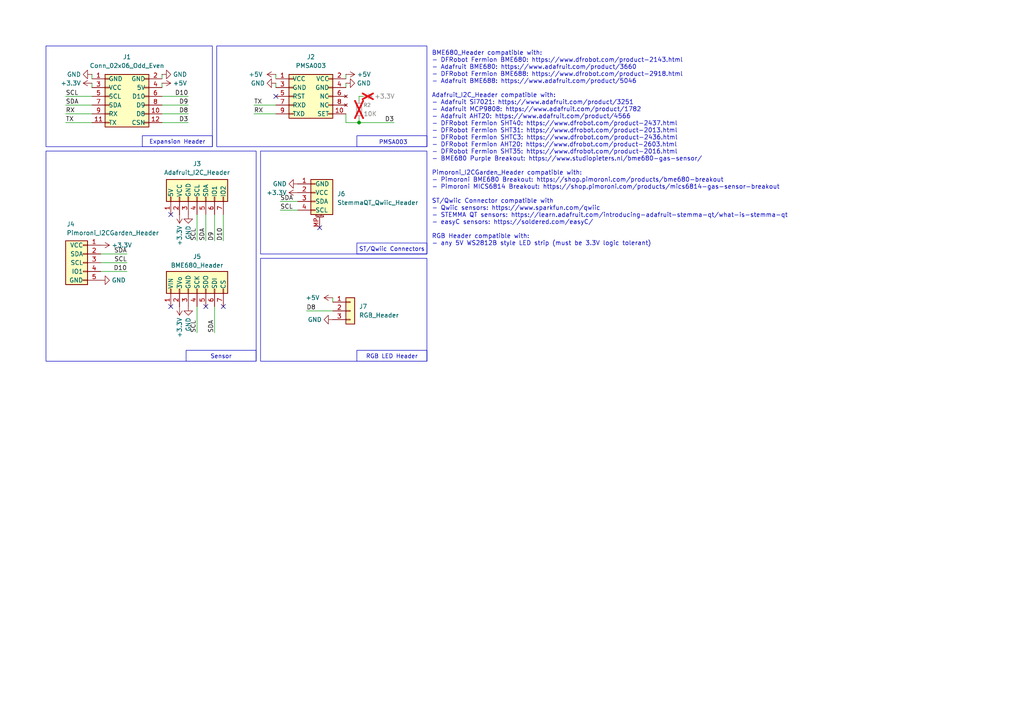
<source format=kicad_sch>
(kicad_sch (version 20250114) (generator "eeschema") (generator_version "9.0")
  (paper "A4")
  (title_block (title "XIAO AQStation for ESPHome") (date "2025-03-26") (rev "v1.00") (company "0rax") (comment 1 "https://github.com/0rax/esphome-xiao-base/"))
  (lib_symbols
    (symbol "Connector_Generic:Conn_01x03" (pin_names (offset 1.016) (hide yes))
      (property "Reference" "J" (at 0 5.08 0))
      (property "Value" "Conn_01x03" (at 0 -5.08 0))
      (symbol "Conn_01x03_1_1"
        (rectangle (start -1.27 3.81) (end 1.27 -3.81) (stroke (width 0.254)) (fill (type background)))
        (rectangle (start -1.27 2.667) (end 0 2.413) (stroke (width 0.1524)))
        (rectangle (start -1.27 0.127) (end 0 -0.127) (stroke (width 0.1524)))
        (rectangle (start -1.27 -2.413) (end 0 -2.667) (stroke (width 0.1524)))
        (pin passive line (at -5.08 2.54 0) (length 3.81) (name "Pin_1") (number "1"))
        (pin passive line (at -5.08 0 0) (length 3.81) (name "Pin_2") (number "2"))
        (pin passive line (at -5.08 -2.54 0) (length 3.81) (name "Pin_3") (number "3"))
      )
    )
    (symbol "Connector_Generic:Conn_02x05_Odd_Even" (pin_names (offset 1.016))
      (property "Reference" "J1" (at 0 11.43 0))
      (property "Value" "PMSA003" (at 0 8.89 0))
      (symbol "Conn_02x05_Odd_Even_1_1"
        (rectangle (start -6.35 6.35) (end 6.35 -6.35) (stroke (width 0.254)) (fill (type background)))
        (rectangle (start -6.35 5.207) (end -5.08 4.953) (stroke (width 0.1524)))
        (rectangle (start -6.35 2.667) (end -5.08 2.413) (stroke (width 0.1524)))
        (rectangle (start -6.35 0.127) (end -5.08 -0.127) (stroke (width 0.1524)))
        (rectangle (start -6.35 -2.413) (end -5.08 -2.667) (stroke (width 0.1524)))
        (rectangle (start -6.35 -4.953) (end -5.08 -5.207) (stroke (width 0.1524)))
        (rectangle (start 6.35 5.207) (end 5.08 4.953) (stroke (width 0.1524)))
        (rectangle (start 6.35 2.667) (end 5.08 2.413) (stroke (width 0.1524)))
        (rectangle (start 6.35 0.127) (end 5.08 -0.127) (stroke (width 0.1524)))
        (rectangle (start 6.35 -2.413) (end 5.08 -2.667) (stroke (width 0.1524)))
        (rectangle (start 6.35 -4.953) (end 5.08 -5.207) (stroke (width 0.1524)))
        (pin passive line (at -10.16 5.08 0) (length 3.81) (name "VCC") (number "1"))
        (pin passive line (at -10.16 2.54 0) (length 3.81) (name "GND") (number "3"))
        (pin passive line (at -10.16 0 0) (length 3.81) (name "RST") (number "5"))
        (pin passive line (at -10.16 -2.54 0) (length 3.81) (name "RXD") (number "7"))
        (pin passive line (at -10.16 -5.08 0) (length 3.81) (name "TXD") (number "9"))
        (pin passive line (at 10.16 5.08 180) (length 3.81) (name "VCC") (number "2"))
        (pin passive line (at 10.16 2.54 180) (length 3.81) (name "GND") (number "4"))
        (pin no_connect line (at 10.16 0 180) (length 3.81) (name "NC") (number "6"))
        (pin no_connect line (at 10.16 -2.54 180) (length 3.81) (name "NC") (number "8"))
        (pin passive line (at 10.16 -5.08 180) (length 3.81) (name "SET") (number "10"))
      )
    )
    (symbol "Connector_Generic:Conn_02x06_Odd_Even" (pin_names (offset 1.016))
      (property "Reference" "J2" (at 1.27 11.43 0))
      (property "Value" "Conn_02x06_Odd_Even" (at 1.27 8.89 0))
      (symbol "Conn_02x06_Odd_Even_1_1"
        (rectangle (start -6.35 6.35) (end 6.35 -8.89) (stroke (width 0.254)) (fill (type background)))
        (rectangle (start -6.35 5.207) (end -5.08 4.953) (stroke (width 0.1524)))
        (rectangle (start -6.35 2.667) (end -5.08 2.413) (stroke (width 0.1524)))
        (rectangle (start -6.35 0.127) (end -5.08 -0.127) (stroke (width 0.1524)))
        (rectangle (start -6.35 -2.413) (end -5.08 -2.667) (stroke (width 0.1524)))
        (rectangle (start -6.35 -4.953) (end -5.08 -5.207) (stroke (width 0.1524)))
        (rectangle (start -6.35 -7.493) (end -5.08 -7.747) (stroke (width 0.1524)))
        (rectangle (start 5.08 5.207) (end 6.35 4.953) (stroke (width 0.1524)))
        (rectangle (start 6.35 2.667) (end 5.08 2.413) (stroke (width 0.1524)))
        (rectangle (start 6.35 0.127) (end 5.08 -0.127) (stroke (width 0.1524)))
        (rectangle (start 6.35 -2.413) (end 5.08 -2.667) (stroke (width 0.1524)))
        (rectangle (start 6.35 -4.953) (end 5.08 -5.207) (stroke (width 0.1524)))
        (rectangle (start 6.35 -7.493) (end 5.08 -7.747) (stroke (width 0.1524)))
        (pin passive line (at -10.16 5.08 0) (length 3.81) (name "GND") (number "1"))
        (pin passive line (at -10.16 2.54 0) (length 3.81) (name "VCC") (number "3"))
        (pin passive line (at -10.16 0 0) (length 3.81) (name "SCL") (number "5"))
        (pin passive line (at -10.16 -2.54 0) (length 3.81) (name "SDA") (number "7"))
        (pin passive line (at -10.16 -5.08 0) (length 3.81) (name "RX") (number "9"))
        (pin passive line (at -10.16 -7.62 0) (length 3.81) (name "TX") (number "11"))
        (pin passive line (at 10.16 5.08 180) (length 3.81) (name "GND") (number "2"))
        (pin passive line (at 10.16 2.54 180) (length 3.81) (name "5V") (number "4"))
        (pin passive line (at 10.16 0 180) (length 3.81) (name "D10") (number "6"))
        (pin passive line (at 10.16 -2.54 180) (length 3.81) (name "D9") (number "8"))
        (pin passive line (at 10.16 -5.08 180) (length 3.81) (name "D8") (number "10"))
        (pin passive line (at 10.16 -7.62 180) (length 3.81) (name "CSN") (number "12"))
      )
    )
    (symbol "Device:R_Small" (pin_numbers (hide yes)) (pin_names (offset 0.254) (hide yes))
      (property "Reference" "R" (at 0 0 90))
      (property "Value" "R_Small" (at 1.778 0 90))
      (symbol "R_Small_0_1"
        (rectangle (start -0.762 1.778) (end 0.762 -1.778) (stroke (width 0.2032)))
      )
      (symbol "R_Small_1_1"
        (pin passive line (at 0 2.54 270) (length 0.762) (name "~") (number "1"))
        (pin passive line (at 0 -2.54 90) (length 0.762) (name "~") (number "2"))
      )
    )
    (symbol "Header:Adafruit_I2C_Header" (pin_names (offset 1.27))
      (property "Reference" "J" (at 0 10.414 0))
      (property "Value" "Adafruit_I2C_Header" (at 0 -10.668 0))
      (symbol "Adafruit_I2C_Header_1_1"
        (rectangle (start -2.54 8.89) (end 3.81 -8.89) (stroke (width 0.254)) (fill (type background)))
        (rectangle (start -2.54 7.747) (end -1.27 7.493) (stroke (width 0.1524)))
        (rectangle (start -2.54 5.207) (end -1.27 4.953) (stroke (width 0.1524)))
        (rectangle (start -2.54 2.667) (end -1.27 2.413) (stroke (width 0.1524)))
        (rectangle (start -2.54 0.127) (end -1.27 -0.127) (stroke (width 0.1524)))
        (rectangle (start -2.54 -2.413) (end -1.27 -2.667) (stroke (width 0.1524)))
        (rectangle (start -2.54 -4.953) (end -1.27 -5.207) (stroke (width 0.1524)))
        (rectangle (start -2.54 -7.493) (end -1.27 -7.747) (stroke (width 0.1524)))
        (pin passive line (at -6.35 7.62 0) (length 3.81) (name "5V") (number "1"))
        (pin passive line (at -6.35 5.08 0) (length 3.81) (name "VCC") (number "2"))
        (pin passive line (at -6.35 2.54 0) (length 3.81) (name "GND") (number "3"))
        (pin passive line (at -6.35 0 0) (length 3.81) (name "SCL") (number "4"))
        (pin passive line (at -6.35 -2.54 0) (length 3.81) (name "SDA") (number "5"))
        (pin passive line (at -6.35 -5.08 0) (length 3.81) (name "IO1") (number "6"))
        (pin passive line (at -6.35 -7.62 0) (length 3.81) (name "IO2") (number "7"))
      )
    )
    (symbol "Header:BME680_Header" (pin_names (offset 1.27))
      (property "Reference" "J" (at 0 10.414 0))
      (property "Value" "BME680_Header" (at 0 -10.668 0))
      (symbol "BME680_Header_1_1"
        (rectangle (start -2.54 8.89) (end 3.81 -8.89) (stroke (width 0.254)) (fill (type background)))
        (rectangle (start -2.54 7.747) (end -1.27 7.493) (stroke (width 0.1524)))
        (rectangle (start -2.54 5.207) (end -1.27 4.953) (stroke (width 0.1524)))
        (rectangle (start -2.54 2.667) (end -1.27 2.413) (stroke (width 0.1524)))
        (rectangle (start -2.54 0.127) (end -1.27 -0.127) (stroke (width 0.1524)))
        (rectangle (start -2.54 -2.413) (end -1.27 -2.667) (stroke (width 0.1524)))
        (rectangle (start -2.54 -4.953) (end -1.27 -5.207) (stroke (width 0.1524)))
        (rectangle (start -2.54 -7.493) (end -1.27 -7.747) (stroke (width 0.1524)))
        (pin passive line (at -6.35 7.62 0) (length 3.81) (name "VIN") (number "1"))
        (pin passive line (at -6.35 5.08 0) (length 3.81) (name "3Vo") (number "2"))
        (pin passive line (at -6.35 2.54 0) (length 3.81) (name "GND") (number "3"))
        (pin passive line (at -6.35 0 0) (length 3.81) (name "SCK") (number "4"))
        (pin passive line (at -6.35 -2.54 0) (length 3.81) (name "SDO") (number "5"))
        (pin passive line (at -6.35 -5.08 0) (length 3.81) (name "SDI") (number "6"))
        (pin passive line (at -6.35 -7.62 0) (length 3.81) (name "CS") (number "7"))
      )
    )
    (symbol "Header:Pimoroni_I2CGarden_Header" (pin_names (offset 1.27))
      (property "Reference" "J" (at 0 7.874 0))
      (property "Value" "Pimoroni_I2CGarden_Header" (at 0 -8.128 0))
      (symbol "Pimoroni_I2CGarden_Header_1_1"
        (rectangle (start -2.54 6.35) (end 3.81 -6.35) (stroke (width 0.254)) (fill (type background)))
        (rectangle (start -2.54 5.207) (end -1.27 4.953) (stroke (width 0.1524)))
        (rectangle (start -2.54 2.667) (end -1.27 2.413) (stroke (width 0.1524)))
        (rectangle (start -2.54 0.127) (end -1.27 -0.127) (stroke (width 0.1524)))
        (rectangle (start -2.54 -2.413) (end -1.27 -2.667) (stroke (width 0.1524)))
        (rectangle (start -2.54 -4.953) (end -1.27 -5.207) (stroke (width 0.1524)))
        (pin passive line (at -6.35 5.08 0) (length 3.81) (name "VCC") (number "1"))
        (pin passive line (at -6.35 2.54 0) (length 3.81) (name "SDA") (number "2"))
        (pin passive line (at -6.35 0 0) (length 3.81) (name "SCL") (number "3"))
        (pin passive line (at -6.35 -2.54 0) (length 3.81) (name "IO1") (number "4"))
        (pin passive line (at -6.35 -5.08 0) (length 3.81) (name "GND") (number "5"))
      )
    )
    (symbol "Header:StemmaQT_Qwiic_Header" (pin_names (offset 1.27))
      (property "Reference" "J" (at 5.461 -0.254 0))
      (property "Value" "StemmaQT_Qwiic_Header" (at 4.699 -2.54 0))
      (symbol "StemmaQT_Qwiic_Header_1_1"
        (rectangle (start -2.54 3.81) (end 3.81 -6.35) (stroke (width 0.254)) (fill (type background)))
        (rectangle (start -2.54 2.667) (end -1.27 2.413) (stroke (width 0.1524)))
        (rectangle (start -2.54 0.127) (end -1.27 -0.127) (stroke (width 0.1524)))
        (rectangle (start -2.54 -2.413) (end -1.27 -2.667) (stroke (width 0.1524)))
        (rectangle (start -2.54 -4.953) (end -1.27 -5.207) (stroke (width 0.1524)))
        (polyline (pts (xy -1.016 -7.112) (xy 1.016 -7.112)) (stroke (width 0.1524)))
        (text "Mounting" (at 0 -6.731 0) (effects (font (size 0.381 0.381))))
        (pin passive line (at -6.35 2.54 0) (length 3.81) (name "GND") (number "1"))
        (pin passive line (at -6.35 0 0) (length 3.81) (name "VCC") (number "2"))
        (pin passive line (at -6.35 -2.54 0) (length 3.81) (name "SDA") (number "3"))
        (pin passive line (at -6.35 -5.08 0) (length 3.81) (name "SCL") (number "4"))
        (pin passive line (at 0 -10.16 90) (length 3.048) (name "MountPin") (number "MP"))
      )
    )
    (symbol "power:+3.3V" (power) (pin_numbers (hide yes)) (pin_names (offset 0) (hide yes))
      (property "Value" "+3.3V" (at 0 3.556 0))
      (symbol "+3.3V_0_1"
        (polyline (pts (xy -0.762 1.27) (xy 0 2.54)))
        (polyline (pts (xy 0 2.54) (xy 0.762 1.27)))
        (polyline (pts (xy 0 0) (xy 0 2.54)))
      )
      (symbol "+3.3V_1_1"
        (pin power_in line (at 0 0 90) (length 0) (name "~") (number "1"))
      )
    )
    (symbol "power:+5V" (power) (pin_numbers (hide yes)) (pin_names (offset 0) (hide yes))
      (property "Value" "+5V" (at 0 3.556 0))
      (symbol "+5V_0_1"
        (polyline (pts (xy -0.762 1.27) (xy 0 2.54)))
        (polyline (pts (xy 0 2.54) (xy 0.762 1.27)))
        (polyline (pts (xy 0 0) (xy 0 2.54)))
      )
      (symbol "+5V_1_1"
        (pin power_in line (at 0 0 90) (length 0) (name "~") (number "1"))
      )
    )
    (symbol "power:GND" (power) (pin_numbers (hide yes)) (pin_names (offset 0) (hide yes))
      (property "Value" "GND" (at 0 -3.81 0))
      (symbol "GND_0_1"
        (polyline (pts (xy 0 0) (xy 0 -1.27) (xy 1.27 -1.27) (xy 0 -2.54) (xy -1.27 -1.27) (xy 0 -1.27)))
      )
      (symbol "GND_1_1"
        (pin power_in line (at 0 0 270) (length 0) (name "~") (number "1"))
      )
    )
  )
  (rectangle (start 75.565 43.815) (end 123.825 73.66))
  (rectangle (start 103.505 101.6) (end 123.825 104.775))
  (rectangle (start 13.335 43.815) (end 74.295 104.775))
  (rectangle (start 13.335 13.335) (end 61.595 42.545))
  (rectangle (start 75.565 74.93) (end 123.825 104.775))
  (rectangle (start 103.505 39.37) (end 123.825 42.545))
  (rectangle (start 53.975 101.6) (end 74.295 104.775))
  (rectangle (start 103.505 70.485) (end 123.825 73.66))
  (rectangle (start 41.275 39.37) (end 61.595 42.545))
  (rectangle (start 62.865 13.335) (end 123.825 42.545))
  (text "ST/Qwiic Connectors" (at 113.665 72.39 0) (effects (font (size 1.2 1.2))))
  (text "Expansion Header" (at 51.435 41.275 0) (effects (font (size 1.2 1.2))))
  (text "RGB LED Header" (at 113.665 103.505 0) (effects (font (size 1.2 1.2))))
  (text "BME680_Header compatible with:\n- DFRobot Fermion BME680: https://www.dfrobot.com/product-2143.html\n- Adafruit BME680: https://www.adafruit.com/product/3660\n- DFRobot Fermion BME688: https://www.dfrobot.com/product-2918.html\n- Adafruit BME688: https://www.adafruit.com/product/5046\n\nAdafruit_I2C_Header compatible with:\n- Adafruit Si7021: https://www.adafruit.com/product/3251\n- Adafruit MCP9808: https://www.adafruit.com/product/1782\n- Adafruit AHT20: https://www.adafruit.com/product/4566\n- DFRobot Fermion SHT40: https://www.dfrobot.com/product-2437.html\n- DFRobot Fermion SHT31: https://www.dfrobot.com/product-2013.html\n- DFRobot Fermion SHTC3: https://www.dfrobot.com/product-2436.html\n- DFRobot Fermion AHT20: https://www.dfrobot.com/product-2603.html\n- DFRobot Fermion SHT35: https://www.dfrobot.com/product-2016.html\n- BME680 Purple Breakout: https://www.studiopieters.nl/bme680-gas-sensor/\n\nPimoroni_I2CGarden_Header compatible with:\n- Pimoroni BME680 Breakout: https://shop.pimoroni.com/products/bme680-breakout\n- Pimoroni MICS6814 Breakout: https://shop.pimoroni.com/products/mics6814-gas-sensor-breakout\n\nST/Qwiic Connector compatible with\n- Qwiic sensors: https://www.sparkfun.com/qwiic\n- STEMMA QT sensors: https://learn.adafruit.com/introducing-adafruit-stemma-qt/what-is-stemma-qt\n- easyC sensors: https://soldered.com/easyC/\n\nRGB Header compatible with:\n- any 5V WS2812B style LED strip (must be 3.3V logic tolerant)" (at 125.222 14.732 0) (effects (font (size 1.27 1.27)) (justify left top)))
  (text "PMSA003" (at 114.046 41.402 0) (effects (font (size 1.2 1.2))))
  (text "Sensor" (at 64.135 103.505 0) (effects (font (size 1.2 1.2))))
  (junction (at 104.14 35.56))
  (no_connect (at 49.53 62.23))
  (no_connect (at 80.01 27.94))
  (no_connect (at 59.69 88.9))
  (no_connect (at 64.77 88.9))
  (no_connect (at 49.53 88.9))
  (no_connect (at 92.71 66.04))
  (wire (pts (xy 26.67 21.59) (xy 26.67 22.86)))
  (wire (pts (xy 104.14 34.29) (xy 104.14 35.56)))
  (wire (pts (xy 96.52 86.36) (xy 96.52 87.63)))
  (wire (pts (xy 104.14 27.94) (xy 105.41 27.94)))
  (wire (pts (xy 36.83 78.74) (xy 29.21 78.74)))
  (wire (pts (xy 100.33 35.56) (xy 104.14 35.56)))
  (wire (pts (xy 46.99 24.13) (xy 46.99 25.4)))
  (wire (pts (xy 57.15 96.52) (xy 57.15 88.9)))
  (wire (pts (xy 59.69 69.85) (xy 59.69 62.23)))
  (wire (pts (xy 73.66 33.02) (xy 80.01 33.02)))
  (wire (pts (xy 62.23 96.52) (xy 62.23 88.9)))
  (wire (pts (xy 73.66 30.48) (xy 80.01 30.48)))
  (wire (pts (xy 88.9 90.17) (xy 96.52 90.17)))
  (wire (pts (xy 19.05 35.56) (xy 26.67 35.56)))
  (wire (pts (xy 46.99 30.48) (xy 54.61 30.48)))
  (wire (pts (xy 81.28 58.42) (xy 86.36 58.42)))
  (wire (pts (xy 114.3 35.56) (xy 104.14 35.56)))
  (wire (pts (xy 36.83 76.2) (xy 29.21 76.2)))
  (wire (pts (xy 36.83 73.66) (xy 29.21 73.66)))
  (wire (pts (xy 57.15 69.85) (xy 57.15 62.23)))
  (wire (pts (xy 62.23 62.23) (xy 62.23 69.85)))
  (wire (pts (xy 46.99 35.56) (xy 54.61 35.56)))
  (wire (pts (xy 19.05 27.94) (xy 26.67 27.94)))
  (wire (pts (xy 19.05 33.02) (xy 26.67 33.02)))
  (wire (pts (xy 100.33 21.59) (xy 100.33 22.86)))
  (wire (pts (xy 104.14 27.94) (xy 104.14 29.21)))
  (wire (pts (xy 80.01 21.59) (xy 80.01 22.86)))
  (wire (pts (xy 64.77 62.23) (xy 64.77 69.85)))
  (wire (pts (xy 100.33 24.13) (xy 100.33 25.4)))
  (wire (pts (xy 80.01 24.13) (xy 80.01 25.4)))
  (wire (pts (xy 46.99 33.02) (xy 54.61 33.02)))
  (wire (pts (xy 19.05 30.48) (xy 26.67 30.48)))
  (wire (pts (xy 46.99 27.94) (xy 54.61 27.94)))
  (wire (pts (xy 46.99 21.59) (xy 46.99 22.86)))
  (wire (pts (xy 100.33 33.02) (xy 100.33 35.56)))
  (wire (pts (xy 26.67 24.13) (xy 26.67 25.4)))
  (wire (pts (xy 81.28 60.96) (xy 86.36 60.96)))
  (label "TX" (at 19.05 35.56 0))
  (label "D10" (at 36.83 78.74 180))
  (label "SDA" (at 36.83 73.66 180))
  (label "RX" (at 19.05 33.02 0))
  (label "SCL" (at 57.15 96.52 90))
  (label "D8" (at 88.9 90.17 0))
  (label "D10" (at 54.61 27.94 180))
  (label "SDA" (at 59.69 69.85 90))
  (label "SCL" (at 81.28 60.96 0))
  (label "D10" (at 64.77 69.85 90))
  (label "TX" (at 73.66 30.48 0))
  (label "SDA" (at 62.23 96.52 90))
  (label "SDA" (at 19.05 30.48 0))
  (label "D3" (at 54.61 35.56 180))
  (label "D8" (at 54.61 33.02 180))
  (label "D9" (at 62.23 69.85 90))
  (label "SCL" (at 36.83 76.2 180))
  (label "D3" (at 114.3 35.56 180))
  (label "D9" (at 54.61 30.48 180))
  (label "SDA" (at 81.28 58.42 0))
  (label "SCL" (at 19.05 27.94 0))
  (label "RX" (at 73.66 33.02 0))
  (label "SCL" (at 57.15 69.85 90))
  (symbol (lib_id "power:+3.3V") (at 29.21 71.12 270) (unit 1)
    (property "Reference" "#PWR051" (effects (hide yes)))
    (property "Value" "+3.3V" (at 32.385 71.12 90) (effects (justify left)))
    (property "Description" "Power symbol creates a global label with name \"+3.3V\"" (effects (hide yes)))
  )
  (symbol (lib_id "power:+5V") (at 80.01 21.59 90) (unit 1)
    (property "Reference" "#PWR010" (effects (hide yes)))
    (property "Value" "+5V" (at 76.2 21.5899 90) (effects (justify left)))
    (property "Description" "Power symbol creates a global label with name \"+5V\"" (effects (hide yes)))
  )
  (symbol (lib_id "Connector_Generic:Conn_01x03") (at 101.6 90.17 0) (unit 1)
    (property "Reference" "J7" (at 104.14 88.8999 0) (effects (justify left)))
    (property "Value" "RGB_Header" (at 104.14 91.4399 0) (effects (justify left)))
    (property "Footprint" "Header:NeoPixel_Header" (effects (hide yes)))
    (property "Description" "Generic connector, single row, 01x03, script generated (kicad-library-utils/schlib/autogen/connector/)" (effects (hide yes)))
  )
  (symbol (lib_id "power:+3.3V") (at 105.41 27.94 270) (unit 1) (in_bom no) (on_board no) (dnp yes)
    (property "Reference" "#PWR028" (effects (hide yes)))
    (property "Value" "+3.3V" (at 108.585 27.94 90) (effects (justify left)))
    (property "Description" "Power symbol creates a global label with name \"+3.3V\"" (effects (hide yes)))
  )
  (symbol (lib_id "power:+3.3V") (at 52.07 62.23 0) (mirror x) (unit 1)
    (property "Reference" "#PWR064" (effects (hide yes)))
    (property "Value" "+3.3V" (at 52.07 65.405 90) (effects (justify left)))
    (property "Description" "Power symbol creates a global label with name \"+3.3V\"" (effects (hide yes)))
  )
  (symbol (lib_id "power:+5V") (at 46.99 24.13 270) (unit 1)
    (property "Reference" "#PWR09" (effects (hide yes)))
    (property "Value" "+5V" (at 50.165 24.1301 90) (effects (justify left)))
    (property "Description" "Power symbol creates a global label with name \"+5V\"" (effects (hide yes)))
  )
  (symbol (lib_id "Device:R_Small") (at 104.14 31.75 0) (unit 1) (in_bom no) (on_board no) (dnp yes)
    (property "Reference" "R2" (at 105.41 30.48 0) (effects (font (size 1.016 1.016)) (justify left)))
    (property "Value" "10K" (at 105.41 33.02 0) (effects (justify left)))
    (property "Footprint" "Resistor_SMD:R_0805_2012Metric" (effects (hide yes)))
    (property "Description" "Resistor, small symbol" (effects (hide yes)))
    (property "JLC" "0805" (effects (hide yes)))
    (property "LCSC" "C17414" (effects (hide yes)))
  )
  (symbol (lib_id "power:GND") (at 96.52 92.71 270) (unit 1)
    (property "Reference" "#PWR049" (effects (hide yes)))
    (property "Value" "GND" (at 93.345 92.71 90) (effects (justify right)))
    (property "Description" "Power symbol creates a global label with name \"GND\" , ground" (effects (hide yes)))
  )
  (symbol (lib_id "power:+5V") (at 100.33 21.59 270) (unit 1)
    (property "Reference" "#PWR011" (effects (hide yes)))
    (property "Value" "+5V" (at 103.505 21.5901 90) (effects (justify left)))
    (property "Description" "Power symbol creates a global label with name \"+5V\"" (effects (hide yes)))
  )
  (symbol (lib_id "power:+3.3V") (at 86.36 55.88 90) (mirror x) (unit 1)
    (property "Reference" "#PWR052" (effects (hide yes)))
    (property "Value" "+3.3V" (at 83.185 55.88 90) (effects (justify left)))
    (property "Description" "Power symbol creates a global label with name \"+3.3V\"" (effects (hide yes)))
  )
  (symbol (lib_id "power:+3.3V") (at 26.67 24.13 90) (mirror x) (unit 1)
    (property "Reference" "#PWR023" (effects (hide yes)))
    (property "Value" "+3.3V" (at 23.495 24.13 90) (effects (justify left)))
    (property "Description" "Power symbol creates a global label with name \"+3.3V\"" (effects (hide yes)))
  )
  (symbol (lib_id "Header:BME680_Header") (at 57.15 82.55 90) (unit 1)
    (property "Reference" "J5" (at 57.15 74.422 90))
    (property "Value" "BME680_Header" (at 57.15 76.962 90))
    (property "Footprint" "Header:BME680_Header" (effects (hide yes)))
    (property "Description" "Generic connector, single row, 01x07, script generated (kicad-library-utils/schlib/autogen/connector/)" (effects (hide yes)))
  )
  (symbol (lib_id "Header:StemmaQT_Qwiic_Header") (at 92.71 55.88 0) (unit 1)
    (property "Reference" "J6" (at 97.79 56.2355 0) (effects (justify left)))
    (property "Value" "StemmaQT_Qwiic_Header" (at 97.79 58.7755 0) (effects (justify left)))
    (property "Footprint" "Connector_JST:JST_SH_SM04B-SRSS-TB_1x04-1MP_P1.00mm_Horizontal" (effects (hide yes)))
    (property "Description" "Generic connectable mounting pin connector, single row, 01x04, script generated (kicad-library-utils/schlib/autogen/connector/)" (effects (hide yes)))
  )
  (symbol (lib_id "power:+3.3V") (at 52.07 88.9 180) (unit 1)
    (property "Reference" "#PWR054" (effects (hide yes)))
    (property "Value" "+3.3V" (at 52.07 92.075 90) (effects (justify left)))
    (property "Description" "Power symbol creates a global label with name \"+3.3V\"" (effects (hide yes)))
  )
  (symbol (lib_id "power:GND") (at 100.33 24.13 90) (mirror x) (unit 1)
    (property "Reference" "#PWR026" (effects (hide yes)))
    (property "Value" "GND" (at 103.505 24.13 90) (effects (justify right)))
    (property "Description" "Power symbol creates a global label with name \"GND\" , ground" (effects (hide yes)))
  )
  (symbol (lib_id "power:GND") (at 54.61 62.23 0) (mirror y) (unit 1)
    (property "Reference" "#PWR065" (effects (hide yes)))
    (property "Value" "GND" (at 54.61 65.405 90) (effects (justify right)))
    (property "Description" "Power symbol creates a global label with name \"GND\" , ground" (effects (hide yes)))
  )
  (symbol (lib_id "Connector_Generic:Conn_02x05_Odd_Even") (at 90.17 27.94 0) (unit 1) (in_bom no)
    (property "Reference" "J2" (at 90.17 16.51 0))
    (property "Value" "PMSA003" (at 90.17 19.05 0))
    (property "Footprint" "AqSensor:PMSA003" (effects (hide yes)))
    (property "Description" "Generic connector, double row, 02x05, odd/even pin numbering scheme (row 1 odd numbers, row 2 even numbers), script generated (kicad-library-utils/schlib/autogen/connector/)" (effects (hide yes)))
  )
  (symbol (lib_id "Connector_Generic:Conn_02x06_Odd_Even") (at 36.83 27.94 0) (unit 1) (in_bom no)
    (property "Reference" "J1" (at 36.83 16.51 0))
    (property "Value" "Conn_02x06_Odd_Even" (at 36.83 19.05 0))
    (property "Footprint" "ESPHomeXIAOBase:XIAOBase_Header" (effects (hide yes)))
    (property "Description" "Generic connector, double row, 02x06, odd/even pin numbering scheme (row 1 odd numbers, row 2 even numbers), script generated (kicad-library-utils/schlib/autogen/connector/)" (effects (hide yes)))
  )
  (symbol (lib_id "power:GND") (at 54.61 88.9 0) (unit 1)
    (property "Reference" "#PWR055" (effects (hide yes)))
    (property "Value" "GND" (at 54.61 92.075 90) (effects (justify right)))
    (property "Description" "Power symbol creates a global label with name \"GND\" , ground" (effects (hide yes)))
  )
  (symbol (lib_id "power:GND") (at 86.36 53.34 270) (mirror x) (unit 1)
    (property "Reference" "#PWR053" (effects (hide yes)))
    (property "Value" "GND" (at 83.185 53.34 90) (effects (justify right)))
    (property "Description" "Power symbol creates a global label with name \"GND\" , ground" (effects (hide yes)))
  )
  (symbol (lib_id "power:GND") (at 80.01 24.13 270) (mirror x) (unit 1)
    (property "Reference" "#PWR025" (effects (hide yes)))
    (property "Value" "GND" (at 76.835 24.13 90) (effects (justify right)))
    (property "Description" "Power symbol creates a global label with name \"GND\" , ground" (effects (hide yes)))
  )
  (symbol (lib_id "Header:Pimoroni_I2CGarden_Header") (at 22.86 76.2 0) (mirror y) (unit 1)
    (property "Reference" "J4" (at 19.304 65.024 0) (effects (justify right)))
    (property "Value" "Pimoroni_I2CGarden_Header" (at 19.304 67.564 0) (effects (justify right)))
    (property "Footprint" "Header:Pimoroni_I2CGarden_Header" (effects (hide yes)))
    (property "Description" "Generic connector, single row, 01x05, script generated (kicad-library-utils/schlib/autogen/connector/)" (effects (hide yes)))
  )
  (symbol (lib_id "power:GND") (at 46.99 21.59 90) (unit 1)
    (property "Reference" "#PWR024" (effects (hide yes)))
    (property "Value" "GND" (at 50.165 21.59 90) (effects (justify right)))
    (property "Description" "Power symbol creates a global label with name \"GND\" , ground" (effects (hide yes)))
  )
  (symbol (lib_id "power:GND") (at 26.67 21.59 270) (mirror x) (unit 1)
    (property "Reference" "#PWR022" (effects (hide yes)))
    (property "Value" "GND" (at 23.495 21.59 90) (effects (justify right)))
    (property "Description" "Power symbol creates a global label with name \"GND\" , ground" (effects (hide yes)))
  )
  (symbol (lib_id "power:GND") (at 29.21 81.28 90) (unit 1)
    (property "Reference" "#PWR050" (effects (hide yes)))
    (property "Value" "GND" (at 32.385 81.28 90) (effects (justify right)))
    (property "Description" "Power symbol creates a global label with name \"GND\" , ground" (effects (hide yes)))
  )
  (symbol (lib_id "power:+5V") (at 96.52 86.36 90) (unit 1)
    (property "Reference" "#PWR014" (effects (hide yes)))
    (property "Value" "+5V" (at 92.71 86.3599 90) (effects (justify left)))
    (property "Description" "Power symbol creates a global label with name \"+5V\"" (effects (hide yes)))
  )
  (symbol (lib_id "Header:Adafruit_I2C_Header") (at 57.15 55.88 90) (unit 1)
    (property "Reference" "J3" (at 57.15 47.498 90))
    (property "Value" "Adafruit_I2C_Header" (at 57.15 50.038 90))
    (property "Footprint" "Header:Adafruit_I2C_Header" (effects (hide yes)))
    (property "Description" "Generic connector, single row, 01x07, script generated (kicad-library-utils/schlib/autogen/connector/)" (effects (hide yes)))
  )
)
</source>
